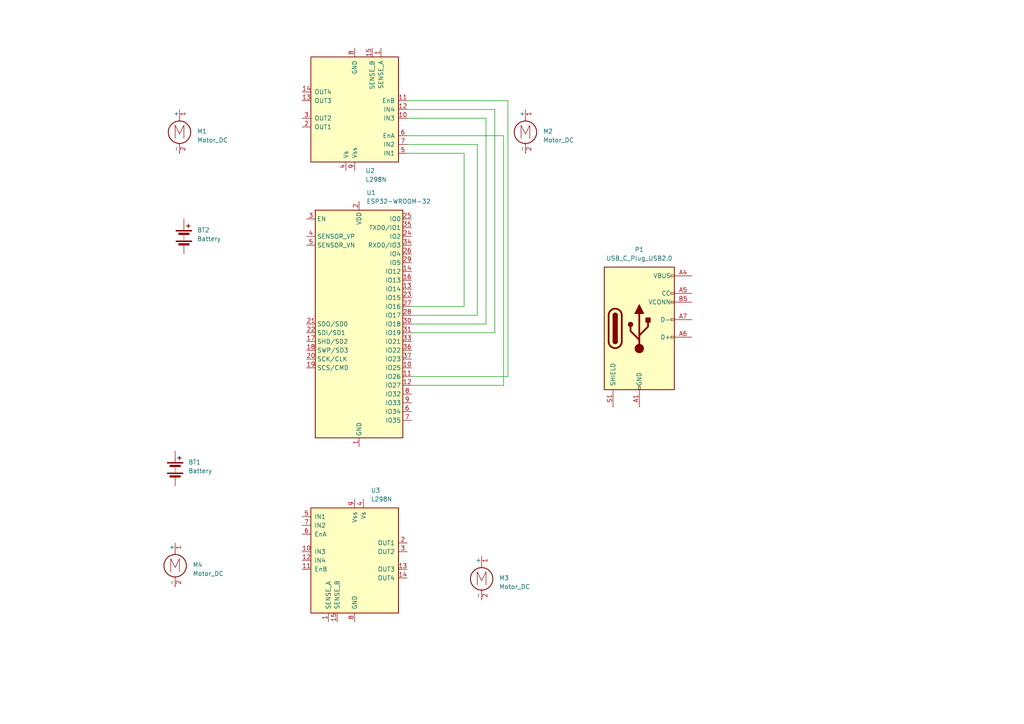
<source format=kicad_sch>
(kicad_sch (version 20250114) (generator "eeschema") (generator_version "9.0")
  (paper "A4")
  (lib_symbols
    (symbol "Connector:USB_C_Plug_USB2.0" (pin_names (offset 1.016))
      (property "Reference" "P" (at -10.16 19.05 0))
      (property "Value" "USB_C_Plug_USB2.0" (at 12.7 19.05 0))
      (symbol "USB_C_Plug_USB2.0_0_0"
        (rectangle (start -0.254 -17.78) (end 0.254 -16.764))
        (rectangle (start 10.16 15.494) (end 9.144 14.986))
        (rectangle (start 10.16 10.414) (end 9.144 9.906))
        (rectangle (start 10.16 7.874) (end 9.144 7.366))
        (rectangle (start 10.16 2.794) (end 9.144 2.286))
        (rectangle (start 10.16 -2.286) (end 9.144 -2.794))
      )
      (symbol "USB_C_Plug_USB2.0_0_1"
        (rectangle (start -10.16 17.78) (end 10.16 -17.78) (stroke (width 0.254)) (fill (type background)))
        (polyline (pts (xy -8.89 -3.81) (xy -8.89 3.81)) (stroke (width 0.508)))
        (rectangle (start -7.62 -3.81) (end -6.35 3.81) (stroke (width 0.254)) (fill (type outline)))
        (arc (start -7.62 3.81) (mid -6.985 4.4423) (end -6.35 3.81) (stroke (width 0.254)))
        (arc (start -7.62 3.81) (mid -6.985 4.4423) (end -6.35 3.81) (stroke (width 0.254)) (fill (type outline)))
        (arc (start -8.89 3.81) (mid -6.985 5.7067) (end -5.08 3.81) (stroke (width 0.508)))
        (arc (start -5.08 -3.81) (mid -6.985 -5.7067) (end -8.89 -3.81) (stroke (width 0.508)))
        (arc (start -6.35 -3.81) (mid -6.985 -4.4423) (end -7.62 -3.81) (stroke (width 0.254)))
        (arc (start -6.35 -3.81) (mid -6.985 -4.4423) (end -7.62 -3.81) (stroke (width 0.254)) (fill (type outline)))
        (polyline (pts (xy -5.08 3.81) (xy -5.08 -3.81)) (stroke (width 0.508)))
        (circle (center -2.54 1.143) (radius 0.635) (stroke (width 0.254)) (fill (type outline)))
        (polyline (pts (xy -1.27 4.318) (xy 0 6.858) (xy 1.27 4.318) (xy -1.27 4.318)) (stroke (width 0.254)) (fill (type outline)))
        (polyline (pts (xy 0 -2.032) (xy 2.54 0.508) (xy 2.54 1.778)) (stroke (width 0.508)))
        (polyline (pts (xy 0 -3.302) (xy -2.54 -0.762) (xy -2.54 0.508)) (stroke (width 0.508)))
        (polyline (pts (xy 0 -5.842) (xy 0 4.318)) (stroke (width 0.508)))
        (circle (center 0 -5.842) (radius 1.27) (fill (type outline)))
        (rectangle (start 1.905 1.778) (end 3.175 3.048) (stroke (width 0.254)) (fill (type outline)))
      )
      (symbol "USB_C_Plug_USB2.0_1_1"
        (pin passive line (at -7.62 -22.86 90) (length 5.08) (name "SHIELD") (number "S1"))
        (pin passive line (at 0 -22.86 90) (length 5.08) (name "GND") (number "A1"))
        (pin passive line (at 0 -22.86 90) (length 5.08) (hide yes) (name "GND") (number "A12"))
        (pin passive line (at 0 -22.86 90) (length 5.08) (hide yes) (name "GND") (number "B1"))
        (pin passive line (at 0 -22.86 90) (length 5.08) (hide yes) (name "GND") (number "B12"))
        (pin passive line (at 15.24 15.24 180) (length 5.08) (name "VBUS") (number "A4"))
        (pin passive line (at 15.24 15.24 180) (length 5.08) (hide yes) (name "VBUS") (number "A9"))
        (pin passive line (at 15.24 15.24 180) (length 5.08) (hide yes) (name "VBUS") (number "B4"))
        (pin passive line (at 15.24 15.24 180) (length 5.08) (hide yes) (name "VBUS") (number "B9"))
        (pin bidirectional line (at 15.24 10.16 180) (length 5.08) (name "CC") (number "A5"))
        (pin bidirectional line (at 15.24 7.62 180) (length 5.08) (name "VCONN") (number "B5"))
        (pin bidirectional line (at 15.24 2.54 180) (length 5.08) (name "D-") (number "A7"))
        (pin bidirectional line (at 15.24 -2.54 180) (length 5.08) (name "D+") (number "A6"))
      )
    )
    (symbol "Device:Battery" (pin_numbers (hide yes)) (pin_names (offset 0) (hide yes))
      (property "Reference" "BT" (at 2.54 2.54 0))
      (property "Value" "Battery" (at 2.54 0 0))
      (symbol "Battery_0_1"
        (rectangle (start -2.286 1.778) (end 2.286 1.524) (fill (type outline)))
        (rectangle (start -2.286 -1.27) (end 2.286 -1.524) (fill (type outline)))
        (rectangle (start -1.524 1.016) (end 1.524 0.508) (fill (type outline)))
        (rectangle (start -1.524 -2.032) (end 1.524 -2.54) (fill (type outline)))
        (polyline (pts (xy 0 1.778) (xy 0 2.54)))
        (polyline (pts (xy 0 0) (xy 0 0.254)))
        (polyline (pts (xy 0 -0.508) (xy 0 -0.254)))
        (polyline (pts (xy 0 -1.016) (xy 0 -0.762)))
        (polyline (pts (xy 0.762 3.048) (xy 1.778 3.048)) (stroke (width 0.254)))
        (polyline (pts (xy 1.27 3.556) (xy 1.27 2.54)) (stroke (width 0.254)))
      )
      (symbol "Battery_1_1"
        (pin passive line (at 0 5.08 270) (length 2.54) (name "+") (number "1"))
        (pin passive line (at 0 -5.08 90) (length 2.54) (name "-") (number "2"))
      )
    )
    (symbol "Driver_Motor:L298N" (pin_names (offset 1.016))
      (property "Reference" "U" (at -10.16 16.51 0))
      (property "Value" "L298N" (at 12.7 16.51 0))
      (symbol "L298N_0_1"
        (rectangle (start -12.7 15.24) (end 12.7 -15.24) (stroke (width 0.254)) (fill (type background)))
      )
      (symbol "L298N_1_1"
        (pin input line (at -15.24 12.7 0) (length 2.54) (name "IN1") (number "5"))
        (pin input line (at -15.24 10.16 0) (length 2.54) (name "IN2") (number "7"))
        (pin input line (at -15.24 7.62 0) (length 2.54) (name "EnA") (number "6"))
        (pin input line (at -15.24 2.54 0) (length 2.54) (name "IN3") (number "10"))
        (pin input line (at -15.24 0 0) (length 2.54) (name "IN4") (number "12"))
        (pin input line (at -15.24 -2.54 0) (length 2.54) (name "EnB") (number "11"))
        (pin power_in line (at -7.62 -17.78 90) (length 2.54) (name "SENSE_A") (number "1"))
        (pin power_in line (at -5.08 -17.78 90) (length 2.54) (name "SENSE_B") (number "15"))
        (pin power_in line (at 0 17.78 270) (length 2.54) (name "Vss") (number "9"))
        (pin power_in line (at 0 -17.78 90) (length 2.54) (name "GND") (number "8"))
        (pin power_in line (at 2.54 17.78 270) (length 2.54) (name "Vs") (number "4"))
        (pin output line (at 15.24 5.08 180) (length 2.54) (name "OUT1") (number "2"))
        (pin output line (at 15.24 2.54 180) (length 2.54) (name "OUT2") (number "3"))
        (pin output line (at 15.24 -2.54 180) (length 2.54) (name "OUT3") (number "13"))
        (pin output line (at 15.24 -5.08 180) (length 2.54) (name "OUT4") (number "14"))
      )
    )
    (symbol "Motor:Motor_DC" (pin_names (offset 0))
      (property "Reference" "M" (at 2.54 2.54 0))
      (property "Value" "Motor_DC" (at 2.54 -5.08 0))
      (symbol "Motor_DC_0_0"
        (polyline (pts (xy -1.27 -3.302) (xy -1.27 0.508) (xy 0 -2.032) (xy 1.27 0.508) (xy 1.27 -3.302)))
      )
      (symbol "Motor_DC_0_1"
        (polyline (pts (xy 0 2.032) (xy 0 2.54)))
        (polyline (pts (xy 0 1.7272) (xy 0 2.0828)))
        (circle (center 0 -1.524) (radius 3.2512) (stroke (width 0.254)))
        (polyline (pts (xy 0 -4.7752) (xy 0 -5.1816)))
        (polyline (pts (xy 0 -7.62) (xy 0 -7.112)))
      )
      (symbol "Motor_DC_1_1"
        (pin passive line (at 0 5.08 270) (length 2.54) (name "+") (number "1"))
        (pin passive line (at 0 -7.62 90) (length 2.54) (name "-") (number "2"))
      )
    )
    (symbol "RF_Module:ESP32-WROOM-32"
      (property "Reference" "U" (at -12.7 34.29 0))
      (property "Value" "ESP32-WROOM-32" (at 1.27 34.29 0))
      (symbol "ESP32-WROOM-32_0_1"
        (rectangle (start -12.7 33.02) (end 12.7 -33.02) (stroke (width 0.254)) (fill (type background)))
      )
      (symbol "ESP32-WROOM-32_1_1"
        (pin input line (at -15.24 30.48 0) (length 2.54) (name "EN") (number "3"))
        (pin input line (at -15.24 25.4 0) (length 2.54) (name "SENSOR_VP") (number "4"))
        (pin input line (at -15.24 22.86 0) (length 2.54) (name "SENSOR_VN") (number "5"))
        (pin bidirectional line (at -15.24 0 0) (length 2.54) (name "SDO/SD0") (number "21"))
        (pin bidirectional line (at -15.24 -2.54 0) (length 2.54) (name "SDI/SD1") (number "22"))
        (pin bidirectional line (at -15.24 -5.08 0) (length 2.54) (name "SHD/SD2") (number "17"))
        (pin bidirectional line (at -15.24 -7.62 0) (length 2.54) (name "SWP/SD3") (number "18"))
        (pin bidirectional line (at -15.24 -10.16 0) (length 2.54) (name "SCK/CLK") (number "20"))
        (pin bidirectional line (at -15.24 -12.7 0) (length 2.54) (name "SCS/CMD") (number "19"))
        (pin no_connect line (at -12.7 -27.94 0) (length 2.54) (hide yes) (name "NC") (number "32"))
        (pin power_in line (at 0 35.56 270) (length 2.54) (name "VDD") (number "2"))
        (pin power_in line (at 0 -35.56 90) (length 2.54) (name "GND") (number "1"))
        (pin passive line (at 0 -35.56 90) (length 2.54) (hide yes) (name "GND") (number "15"))
        (pin passive line (at 0 -35.56 90) (length 2.54) (hide yes) (name "GND") (number "38"))
        (pin passive line (at 0 -35.56 90) (length 2.54) (hide yes) (name "GND") (number "39"))
        (pin bidirectional line (at 15.24 30.48 180) (length 2.54) (name "IO0") (number "25"))
        (pin bidirectional line (at 15.24 27.94 180) (length 2.54) (name "TXD0/IO1") (number "35"))
        (pin bidirectional line (at 15.24 25.4 180) (length 2.54) (name "IO2") (number "24"))
        (pin bidirectional line (at 15.24 22.86 180) (length 2.54) (name "RXD0/IO3") (number "34"))
        (pin bidirectional line (at 15.24 20.32 180) (length 2.54) (name "IO4") (number "26"))
        (pin bidirectional line (at 15.24 17.78 180) (length 2.54) (name "IO5") (number "29"))
        (pin bidirectional line (at 15.24 15.24 180) (length 2.54) (name "IO12") (number "14"))
        (pin bidirectional line (at 15.24 12.7 180) (length 2.54) (name "IO13") (number "16"))
        (pin bidirectional line (at 15.24 10.16 180) (length 2.54) (name "IO14") (number "13"))
        (pin bidirectional line (at 15.24 7.62 180) (length 2.54) (name "IO15") (number "23"))
        (pin bidirectional line (at 15.24 5.08 180) (length 2.54) (name "IO16") (number "27"))
        (pin bidirectional line (at 15.24 2.54 180) (length 2.54) (name "IO17") (number "28"))
        (pin bidirectional line (at 15.24 0 180) (length 2.54) (name "IO18") (number "30"))
        (pin bidirectional line (at 15.24 -2.54 180) (length 2.54) (name "IO19") (number "31"))
        (pin bidirectional line (at 15.24 -5.08 180) (length 2.54) (name "IO21") (number "33"))
        (pin bidirectional line (at 15.24 -7.62 180) (length 2.54) (name "IO22") (number "36"))
        (pin bidirectional line (at 15.24 -10.16 180) (length 2.54) (name "IO23") (number "37"))
        (pin bidirectional line (at 15.24 -12.7 180) (length 2.54) (name "IO25") (number "10"))
        (pin bidirectional line (at 15.24 -15.24 180) (length 2.54) (name "IO26") (number "11"))
        (pin bidirectional line (at 15.24 -17.78 180) (length 2.54) (name "IO27") (number "12"))
        (pin bidirectional line (at 15.24 -20.32 180) (length 2.54) (name "IO32") (number "8"))
        (pin bidirectional line (at 15.24 -22.86 180) (length 2.54) (name "IO33") (number "9"))
        (pin input line (at 15.24 -25.4 180) (length 2.54) (name "IO34") (number "6"))
        (pin input line (at 15.24 -27.94 180) (length 2.54) (name "IO35") (number "7"))
      )
    )
  )
  (wire (pts (xy 134.62 44.45) (xy 118.11 44.45)))
  (wire (pts (xy 119.38 109.22) (xy 147.32 109.22)))
  (wire (pts (xy 140.97 34.29) (xy 118.11 34.29)))
  (wire (pts (xy 146.05 39.37) (xy 118.11 39.37)))
  (wire (pts (xy 119.38 96.52) (xy 143.51 96.52)))
  (wire (pts (xy 119.38 93.98) (xy 140.97 93.98)))
  (wire (pts (xy 143.51 31.75) (xy 118.11 31.75)))
  (wire (pts (xy 119.38 111.76) (xy 146.05 111.76)))
  (wire (pts (xy 118.11 41.91) (xy 138.43 41.91)))
  (wire (pts (xy 147.32 109.22) (xy 147.32 29.21)))
  (wire (pts (xy 134.62 88.9) (xy 134.62 44.45)))
  (wire (pts (xy 140.97 93.98) (xy 140.97 34.29)))
  (wire (pts (xy 119.38 88.9) (xy 134.62 88.9)))
  (wire (pts (xy 147.32 29.21) (xy 118.11 29.21)))
  (wire (pts (xy 138.43 91.44) (xy 138.43 41.91)))
  (wire (pts (xy 143.51 96.52) (xy 143.51 31.75)))
  (wire (pts (xy 119.38 91.44) (xy 138.43 91.44)))
  (wire (pts (xy 146.05 111.76) (xy 146.05 39.37)))
  (symbol (lib_id "Connector:USB_C_Plug_USB2.0") (at 185.42 95.25 0) (unit 1)
    (property "Reference" "P1" (at 185.42 72.39 0))
    (property "Value" "USB_C_Plug_USB2.0" (at 185.42 74.93 0))
    (property "Datasheet" "https://www.usb.org/sites/default/files/documents/usb_type-c.zip" (effects (hide yes)))
    (property "Description" "USB 2.0-only Type-C Plug connector" (effects (hide yes)))
  )
  (symbol (lib_id "Motor:Motor_DC") (at 52.07 36.83 0) (unit 1)
    (property "Reference" "M1" (at 57.15 38.0999 0) (effects (justify left)))
    (property "Value" "Motor_DC" (at 57.15 40.6399 0) (effects (justify left)))
    (property "Description" "DC Motor" (effects (hide yes)))
  )
  (symbol (lib_id "Driver_Motor:L298N") (at 102.87 162.56 0) (unit 1)
    (property "Reference" "U3" (at 107.5533 142.24 0) (effects (justify left)))
    (property "Value" "L298N" (at 107.5533 144.78 0) (effects (justify left)))
    (property "Footprint" "Package_TO_SOT_THT:TO-220-15_P2.54x2.54mm_StaggerOdd_Lead4.58mm_Vertical" (effects (hide yes)))
    (property "Datasheet" "http://www.st.com/st-web-ui/static/active/en/resource/technical/document/datasheet/CD00000240.pdf" (effects (hide yes)))
    (property "Description" "Dual full bridge motor driver, up to 46V, 4A, Multiwatt15-V" (effects (hide yes)))
  )
  (symbol (lib_id "Motor:Motor_DC") (at 139.7 166.37 0) (unit 1)
    (property "Reference" "M3" (at 144.78 167.6399 0) (effects (justify left)))
    (property "Value" "Motor_DC" (at 144.78 170.1799 0) (effects (justify left)))
    (property "Description" "DC Motor" (effects (hide yes)))
  )
  (symbol (lib_id "Motor:Motor_DC") (at 152.4 36.83 0) (unit 1)
    (property "Reference" "M2" (at 157.48 38.0999 0) (effects (justify left)))
    (property "Value" "Motor_DC" (at 157.48 40.6399 0) (effects (justify left)))
    (property "Description" "DC Motor" (effects (hide yes)))
  )
  (symbol (lib_id "RF_Module:ESP32-WROOM-32") (at 104.14 93.98 0) (unit 1)
    (property "Reference" "U1" (at 106.2833 55.88 0) (effects (justify left)))
    (property "Value" "ESP32-WROOM-32" (at 106.2833 58.42 0) (effects (justify left)))
    (property "Footprint" "RF_Module:ESP32-WROOM-32" (effects (hide yes)))
    (property "Datasheet" "https://www.espressif.com/sites/default/files/documentation/esp32-wroom-32_datasheet_en.pdf" (effects (hide yes)))
    (property "Description" "RF Module, ESP32-D0WDQ6 SoC, Wi-Fi 802.11b/g/n, Bluetooth, BLE, 32-bit, 2.7-3.6V, onboard antenna, SMD" (effects (hide yes)))
  )
  (symbol (lib_id "Motor:Motor_DC") (at 50.8 162.56 0) (unit 1)
    (property "Reference" "M4" (at 55.88 163.8299 0) (effects (justify left)))
    (property "Value" "Motor_DC" (at 55.88 166.3699 0) (effects (justify left)))
    (property "Description" "DC Motor" (effects (hide yes)))
  )
  (symbol (lib_id "Device:Battery") (at 50.8 135.89 0) (unit 1)
    (property "Reference" "BT1" (at 54.61 134.0484 0) (effects (justify left)))
    (property "Value" "Battery" (at 54.61 136.5884 0) (effects (justify left)))
    (property "Description" "Multiple-cell battery" (effects (hide yes)))
  )
  (symbol (lib_id "Driver_Motor:L298N") (at 102.87 31.75 180) (unit 1)
    (property "Reference" "U2" (at 105.9881 49.53 0) (effects (justify right)))
    (property "Value" "L298N" (at 105.9881 52.07 0) (effects (justify right)))
    (property "Footprint" "Package_TO_SOT_THT:TO-220-15_P2.54x2.54mm_StaggerOdd_Lead4.58mm_Vertical" (effects (hide yes)))
    (property "Datasheet" "http://www.st.com/st-web-ui/static/active/en/resource/technical/document/datasheet/CD00000240.pdf" (effects (hide yes)))
    (property "Description" "Dual full bridge motor driver, up to 46V, 4A, Multiwatt15-V" (effects (hide yes)))
  )
  (symbol (lib_id "Device:Battery") (at 53.34 68.58 0) (unit 1)
    (property "Reference" "BT2" (at 57.15 66.7384 0) (effects (justify left)))
    (property "Value" "Battery" (at 57.15 69.2784 0) (effects (justify left)))
    (property "Description" "Multiple-cell battery" (effects (hide yes)))
  )
)
</source>
